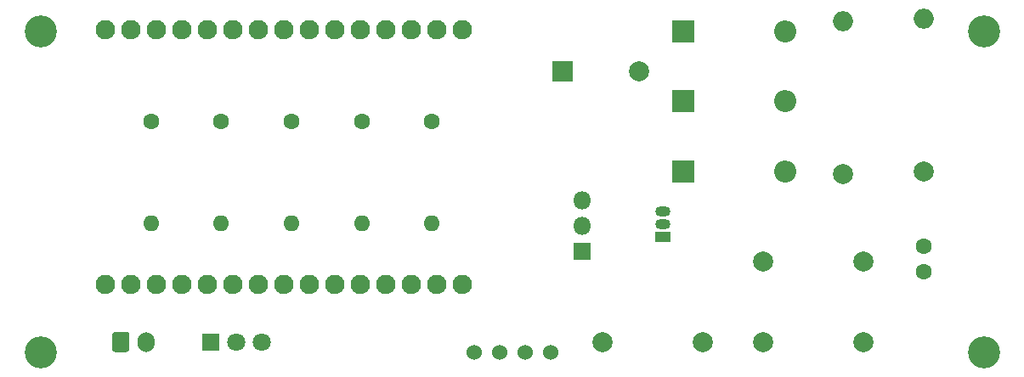
<source format=gts>
%TF.GenerationSoftware,KiCad,Pcbnew,(5.1.9)-1*%
%TF.CreationDate,2021-03-06T13:39:37+06:00*%
%TF.ProjectId,Geiger,47656967-6572-42e6-9b69-6361645f7063,v01*%
%TF.SameCoordinates,Original*%
%TF.FileFunction,Soldermask,Top*%
%TF.FilePolarity,Negative*%
%FSLAX46Y46*%
G04 Gerber Fmt 4.6, Leading zero omitted, Abs format (unit mm)*
G04 Created by KiCad (PCBNEW (5.1.9)-1) date 2021-03-06 13:39:37*
%MOMM*%
%LPD*%
G01*
G04 APERTURE LIST*
%ADD10C,3.200000*%
%ADD11R,2.000000X2.000000*%
%ADD12C,2.000000*%
%ADD13C,1.600000*%
%ADD14R,1.800000X1.800000*%
%ADD15C,1.800000*%
%ADD16R,2.200000X2.200000*%
%ADD17O,2.200000X2.200000*%
%ADD18O,1.700000X2.000000*%
%ADD19O,2.000000X2.000000*%
%ADD20O,1.800000X1.800000*%
%ADD21O,1.500000X1.050000*%
%ADD22R,1.500000X1.050000*%
%ADD23O,1.600000X1.600000*%
%ADD24C,1.530000*%
%ADD25C,1.930400*%
G04 APERTURE END LIST*
D10*
%TO.C,REF\u002A\u002A*%
X183000000Y-84000000D03*
%TD*%
%TO.C,REF\u002A\u002A*%
X277000000Y-84000000D03*
%TD*%
%TO.C,REF\u002A\u002A*%
X277000000Y-116000000D03*
%TD*%
%TO.C,REF\u002A\u002A*%
X183000000Y-116000000D03*
%TD*%
D11*
%TO.C,BZ1*%
X235000000Y-88000000D03*
D12*
X242600000Y-88000000D03*
%TD*%
%TO.C,C1*%
X265000000Y-115000000D03*
X255000000Y-115000000D03*
%TD*%
%TO.C,C2*%
X239000000Y-115000000D03*
X249000000Y-115000000D03*
%TD*%
%TO.C,C3*%
X255000000Y-107000000D03*
X265000000Y-107000000D03*
%TD*%
D13*
%TO.C,C4*%
X271000000Y-108000000D03*
X271000000Y-105500000D03*
%TD*%
D14*
%TO.C,D1*%
X200000000Y-115000000D03*
D15*
X202540000Y-115000000D03*
X205080000Y-115000000D03*
%TD*%
D16*
%TO.C,D2*%
X247000000Y-98000000D03*
D17*
X257160000Y-98000000D03*
%TD*%
D16*
%TO.C,D3*%
X247000000Y-84000000D03*
D17*
X257160000Y-84000000D03*
%TD*%
%TO.C,D4*%
X257160000Y-91000000D03*
D16*
X247000000Y-91000000D03*
%TD*%
%TO.C,J1*%
G36*
G01*
X190150000Y-115750000D02*
X190150000Y-114250000D01*
G75*
G02*
X190400000Y-114000000I250000J0D01*
G01*
X191600000Y-114000000D01*
G75*
G02*
X191850000Y-114250000I0J-250000D01*
G01*
X191850000Y-115750000D01*
G75*
G02*
X191600000Y-116000000I-250000J0D01*
G01*
X190400000Y-116000000D01*
G75*
G02*
X190150000Y-115750000I0J250000D01*
G01*
G37*
D18*
X193500000Y-115000000D03*
%TD*%
D19*
%TO.C,L1*%
X271000000Y-82760000D03*
D12*
X271000000Y-98000000D03*
%TD*%
%TO.C,L2*%
X263000000Y-98240000D03*
D19*
X263000000Y-83000000D03*
%TD*%
D14*
%TO.C,Q1*%
X237000000Y-106000000D03*
D20*
X237000000Y-103460000D03*
X237000000Y-100920000D03*
%TD*%
D21*
%TO.C,Q2*%
X245000000Y-103270000D03*
X245000000Y-102000000D03*
D22*
X245000000Y-104540000D03*
%TD*%
D13*
%TO.C,R1*%
X194000000Y-93000000D03*
D23*
X194000000Y-103160000D03*
%TD*%
D13*
%TO.C,R2*%
X201000000Y-93000000D03*
D23*
X201000000Y-103160000D03*
%TD*%
%TO.C,R3*%
X215000000Y-103160000D03*
D13*
X215000000Y-93000000D03*
%TD*%
D23*
%TO.C,R4*%
X222000000Y-103160000D03*
D13*
X222000000Y-93000000D03*
%TD*%
%TO.C,R5*%
X208000000Y-93000000D03*
D23*
X208000000Y-103160000D03*
%TD*%
D24*
%TO.C,U1*%
X228730000Y-116000000D03*
X231270000Y-116000000D03*
X233810000Y-116000000D03*
X226190000Y-116000000D03*
%TD*%
D25*
%TO.C,U2*%
X189480000Y-109270000D03*
X192020000Y-109270000D03*
X194560000Y-109270000D03*
X197100000Y-109270000D03*
X199640000Y-109270000D03*
X202180000Y-109270000D03*
X204720000Y-109270000D03*
X207260000Y-109270000D03*
X209800000Y-109270000D03*
X212340000Y-109270000D03*
X214880000Y-109270000D03*
X217420000Y-109270000D03*
X219960000Y-109270000D03*
X222500000Y-109270000D03*
X225040000Y-109270000D03*
X189480000Y-83865000D03*
X192020000Y-83865000D03*
X194560000Y-83865000D03*
X197100000Y-83865000D03*
X199640000Y-83865000D03*
X202180000Y-83865000D03*
X204720000Y-83865000D03*
X207260000Y-83865000D03*
X209800000Y-83865000D03*
X212340000Y-83865000D03*
X214880000Y-83865000D03*
X217420000Y-83865000D03*
X219960000Y-83865000D03*
X222500000Y-83865000D03*
X225040000Y-83865000D03*
%TD*%
M02*

</source>
